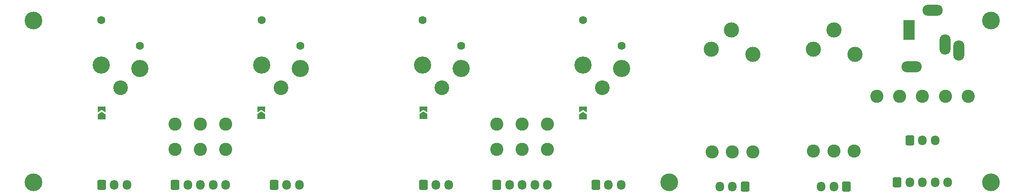
<source format=gbr>
%TF.GenerationSoftware,KiCad,Pcbnew,8.0.1*%
%TF.CreationDate,2024-04-12T14:20:23+02:00*%
%TF.ProjectId,C-Audio Input-Board (CIB),432d4175-6469-46f2-9049-6e7075742d42,rev?*%
%TF.SameCoordinates,Original*%
%TF.FileFunction,Soldermask,Top*%
%TF.FilePolarity,Negative*%
%FSLAX46Y46*%
G04 Gerber Fmt 4.6, Leading zero omitted, Abs format (unit mm)*
G04 Created by KiCad (PCBNEW 8.0.1) date 2024-04-12 14:20:23*
%MOMM*%
%LPD*%
G01*
G04 APERTURE LIST*
G04 Aperture macros list*
%AMRoundRect*
0 Rectangle with rounded corners*
0 $1 Rounding radius*
0 $2 $3 $4 $5 $6 $7 $8 $9 X,Y pos of 4 corners*
0 Add a 4 corners polygon primitive as box body*
4,1,4,$2,$3,$4,$5,$6,$7,$8,$9,$2,$3,0*
0 Add four circle primitives for the rounded corners*
1,1,$1+$1,$2,$3*
1,1,$1+$1,$4,$5*
1,1,$1+$1,$6,$7*
1,1,$1+$1,$8,$9*
0 Add four rect primitives between the rounded corners*
20,1,$1+$1,$2,$3,$4,$5,0*
20,1,$1+$1,$4,$5,$6,$7,0*
20,1,$1+$1,$6,$7,$8,$9,0*
20,1,$1+$1,$8,$9,$2,$3,0*%
%AMFreePoly0*
4,1,6,1.000000,0.000000,0.500000,-0.750000,-0.500000,-0.750000,-0.500000,0.750000,0.500000,0.750000,1.000000,0.000000,1.000000,0.000000,$1*%
%AMFreePoly1*
4,1,6,0.500000,-0.750000,-0.650000,-0.750000,-0.150000,0.000000,-0.650000,0.750000,0.500000,0.750000,0.500000,-0.750000,0.500000,-0.750000,$1*%
G04 Aperture macros list end*
%ADD10FreePoly0,90.000000*%
%ADD11FreePoly1,90.000000*%
%ADD12RoundRect,0.250000X-0.600000X-0.725000X0.600000X-0.725000X0.600000X0.725000X-0.600000X0.725000X0*%
%ADD13O,1.700000X1.950000*%
%ADD14C,1.600000*%
%ADD15C,3.400000*%
%ADD16C,2.900000*%
%ADD17C,2.600000*%
%ADD18RoundRect,0.250000X0.600000X0.725000X-0.600000X0.725000X-0.600000X-0.725000X0.600000X-0.725000X0*%
%ADD19C,3.500000*%
%ADD20C,3.000000*%
%ADD21O,2.200000X4.000000*%
%ADD22O,4.000000X2.200000*%
%ADD23R,2.200000X4.000000*%
G04 APERTURE END LIST*
D10*
%TO.C,JP2*%
X98500000Y-77950000D03*
D11*
X98500000Y-76500000D03*
%TD*%
D12*
%TO.C,J17*%
X130500000Y-91500000D03*
D13*
X133000000Y-91500000D03*
X135500000Y-91500000D03*
%TD*%
D14*
%TO.C,J13*%
X169620000Y-64000000D03*
X162000000Y-58920000D03*
D15*
X162000000Y-67810000D03*
X169620000Y-68445000D03*
D16*
X165810000Y-72260000D03*
%TD*%
D17*
%TO.C,J26*%
X211500000Y-84800000D03*
%TD*%
D12*
%TO.C,J18*%
X145000000Y-91500000D03*
D13*
X147500000Y-91500000D03*
X150000000Y-91500000D03*
X152500000Y-91500000D03*
X155000000Y-91500000D03*
%TD*%
D10*
%TO.C,JP4*%
X162000000Y-78000000D03*
D11*
X162000000Y-76550000D03*
%TD*%
D18*
%TO.C,J32*%
X194000000Y-91800000D03*
D13*
X191500000Y-91800000D03*
X189000000Y-91800000D03*
%TD*%
D17*
%TO.C,J8*%
X91500000Y-79500000D03*
%TD*%
%TO.C,J25*%
X207500000Y-84800000D03*
%TD*%
%TO.C,J15*%
X145000000Y-84500000D03*
%TD*%
D19*
%TO.C,H3*%
X53500000Y-91000000D03*
%TD*%
D12*
%TO.C,J40*%
X226500000Y-82700000D03*
D13*
X229000000Y-82700000D03*
X231500000Y-82700000D03*
%TD*%
D19*
%TO.C,H5*%
X179000000Y-91000000D03*
%TD*%
D17*
%TO.C,J14*%
X145000000Y-79500000D03*
%TD*%
D19*
%TO.C,H4*%
X242500000Y-91000000D03*
%TD*%
D17*
%TO.C,J16*%
X150000000Y-84500000D03*
%TD*%
%TO.C,J34*%
X220000000Y-74000000D03*
%TD*%
D10*
%TO.C,JP3*%
X130500000Y-77950000D03*
D11*
X130500000Y-76500000D03*
%TD*%
D17*
%TO.C,J24*%
X215500000Y-84800000D03*
%TD*%
D14*
%TO.C,J12*%
X137913332Y-64000000D03*
X130293332Y-58920000D03*
D15*
X130293332Y-67810000D03*
X137913332Y-68445000D03*
D16*
X134103332Y-72260000D03*
%TD*%
D12*
%TO.C,J6*%
X67000000Y-91500000D03*
D13*
X69500000Y-91500000D03*
X72000000Y-91500000D03*
%TD*%
D17*
%TO.C,J30*%
X187500000Y-85000000D03*
%TD*%
%TO.C,J3*%
X81500000Y-79500000D03*
%TD*%
%TO.C,J10*%
X86500000Y-79500000D03*
%TD*%
%TO.C,J31*%
X191500000Y-85000000D03*
%TD*%
%TO.C,J9*%
X91500000Y-84500000D03*
%TD*%
%TO.C,J37*%
X224500000Y-74000000D03*
%TD*%
%TO.C,J36*%
X229000000Y-74000000D03*
%TD*%
D14*
%TO.C,J1*%
X74500000Y-64000000D03*
X66880000Y-58920000D03*
D15*
X66880000Y-67810000D03*
X74500000Y-68445000D03*
D16*
X70690000Y-72260000D03*
%TD*%
D18*
%TO.C,J27*%
X214000000Y-91800000D03*
D13*
X211500000Y-91800000D03*
X209000000Y-91800000D03*
%TD*%
D20*
%TO.C,J23*%
X215700000Y-65678007D03*
X207500000Y-64678007D03*
X211500000Y-60878007D03*
%TD*%
D12*
%TO.C,J22*%
X164500000Y-91500000D03*
D13*
X167000000Y-91500000D03*
X169500000Y-91500000D03*
%TD*%
D17*
%TO.C,J29*%
X195500000Y-85000000D03*
%TD*%
%TO.C,J19*%
X155000000Y-79500000D03*
%TD*%
%TO.C,J5*%
X86500000Y-84500000D03*
%TD*%
D21*
%TO.C,J33*%
X236162487Y-64950000D03*
X233462487Y-63750000D03*
D22*
X230962487Y-56950000D03*
D23*
X226362487Y-60850000D03*
D22*
X226862487Y-68150000D03*
%TD*%
D12*
%TO.C,J39*%
X224000000Y-91000000D03*
D13*
X226500000Y-91000000D03*
X229000000Y-91000000D03*
X231500000Y-91000000D03*
X234000000Y-91000000D03*
%TD*%
D12*
%TO.C,J7*%
X81500000Y-91500000D03*
D13*
X84000000Y-91500000D03*
X86500000Y-91500000D03*
X89000000Y-91500000D03*
X91500000Y-91500000D03*
%TD*%
D17*
%TO.C,J35*%
X238000000Y-74000000D03*
%TD*%
%TO.C,J4*%
X81500000Y-84500000D03*
%TD*%
D10*
%TO.C,JP1*%
X67000000Y-78000000D03*
D11*
X67000000Y-76550000D03*
%TD*%
D19*
%TO.C,H2*%
X242500000Y-59000000D03*
%TD*%
D20*
%TO.C,J28*%
X195500000Y-65683007D03*
X187300000Y-64683007D03*
X191300000Y-60883007D03*
%TD*%
D12*
%TO.C,J11*%
X101000000Y-91500000D03*
D13*
X103500000Y-91500000D03*
X106000000Y-91500000D03*
%TD*%
D17*
%TO.C,J38*%
X233500000Y-74000000D03*
%TD*%
%TO.C,J20*%
X155000000Y-84500000D03*
%TD*%
%TO.C,J21*%
X150000000Y-79500000D03*
%TD*%
D14*
%TO.C,J2*%
X106206666Y-64000000D03*
X98586666Y-58920000D03*
D15*
X98586666Y-67810000D03*
X106206666Y-68445000D03*
D16*
X102396666Y-72260000D03*
%TD*%
D19*
%TO.C,H1*%
X53500000Y-59000000D03*
%TD*%
M02*

</source>
